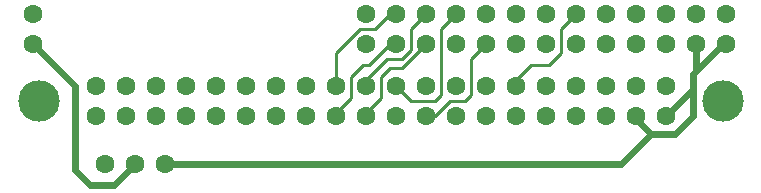
<source format=gbr>
G04 #@! TF.FileFunction,Copper,L1,Top,Signal*
%FSLAX46Y46*%
G04 Gerber Fmt 4.6, Leading zero omitted, Abs format (unit mm)*
G04 Created by KiCad (PCBNEW 4.0.5+dfsg1-4) date Wed Jul 11 10:22:54 2018*
%MOMM*%
%LPD*%
G01*
G04 APERTURE LIST*
%ADD10C,0.100000*%
%ADD11C,1.600000*%
%ADD12C,3.500000*%
%ADD13C,0.250000*%
%ADD14C,0.580000*%
G04 APERTURE END LIST*
D10*
D11*
X149860000Y-103632000D03*
X149860000Y-106172000D03*
X152400000Y-103632000D03*
X154940000Y-103632000D03*
X157480000Y-103632000D03*
X160020000Y-103632000D03*
X162560000Y-103632000D03*
X165100000Y-103632000D03*
X167640000Y-103632000D03*
X170180000Y-103632000D03*
X172720000Y-103632000D03*
X152400000Y-106172000D03*
X154940000Y-106172000D03*
X157480000Y-106172000D03*
X160020000Y-106172000D03*
X162560000Y-106172000D03*
X165100000Y-106172000D03*
X167640000Y-106172000D03*
X170180000Y-106172000D03*
X172720000Y-106172000D03*
X147320000Y-103632000D03*
X147320000Y-106172000D03*
X144780000Y-103632000D03*
X144780000Y-106172000D03*
X142240000Y-103632000D03*
X142240000Y-106172000D03*
X139700000Y-103632000D03*
X139700000Y-106172000D03*
X137160000Y-103632000D03*
X137160000Y-106172000D03*
X134620000Y-103632000D03*
X134620000Y-106172000D03*
X132080000Y-103632000D03*
X132080000Y-106172000D03*
X129540000Y-103632000D03*
X129540000Y-106172000D03*
X127000000Y-103632000D03*
X127000000Y-106172000D03*
X124460000Y-103632000D03*
X124460000Y-106172000D03*
X154940000Y-97536000D03*
X154940000Y-100076000D03*
X157480000Y-97536000D03*
X160020000Y-97536000D03*
X162560000Y-97536000D03*
X165100000Y-97536000D03*
X167640000Y-97536000D03*
X170180000Y-97536000D03*
X172720000Y-97536000D03*
X175260000Y-97536000D03*
X177800000Y-97536000D03*
X157480000Y-100076000D03*
X160020000Y-100076000D03*
X162560000Y-100076000D03*
X165100000Y-100076000D03*
X167640000Y-100076000D03*
X170180000Y-100076000D03*
X172720000Y-100076000D03*
X175260000Y-100076000D03*
X177800000Y-100076000D03*
X152400000Y-97536000D03*
X152400000Y-100076000D03*
X149860000Y-97536000D03*
X149860000Y-100076000D03*
X147320000Y-97536000D03*
X147320000Y-100076000D03*
D12*
X177546000Y-104902000D03*
X119634000Y-104902000D03*
D11*
X119126000Y-97536000D03*
X119126000Y-100076000D03*
X130302000Y-110236000D03*
X127762000Y-110236000D03*
X125222000Y-110236000D03*
D13*
X149860000Y-103632000D02*
X151130000Y-104902000D01*
X153670000Y-98806000D02*
X154940000Y-97536000D01*
X153670000Y-104394000D02*
X153670000Y-98806000D01*
X153162000Y-104902000D02*
X153670000Y-104394000D01*
X152654000Y-104902000D02*
X153162000Y-104902000D01*
X151130000Y-104902000D02*
X152654000Y-104902000D01*
X160020000Y-103632000D02*
X160020000Y-103124000D01*
X160020000Y-103124000D02*
X161290000Y-101854000D01*
X161290000Y-101854000D02*
X162814000Y-101854000D01*
X162814000Y-101854000D02*
X163830000Y-100838000D01*
X163830000Y-100838000D02*
X163830000Y-98806000D01*
X163830000Y-98806000D02*
X165100000Y-97536000D01*
X152400000Y-106172000D02*
X153162000Y-106172000D01*
X153162000Y-106172000D02*
X154432000Y-104902000D01*
X154432000Y-104902000D02*
X155702000Y-104902000D01*
X155702000Y-104902000D02*
X156210000Y-104394000D01*
X156210000Y-104394000D02*
X156210000Y-101346000D01*
X156210000Y-101346000D02*
X157480000Y-100076000D01*
X147320000Y-103632000D02*
X147320000Y-103124000D01*
X147320000Y-103124000D02*
X149098000Y-101346000D01*
X149098000Y-101346000D02*
X150368000Y-101346000D01*
X150368000Y-101346000D02*
X151130000Y-100584000D01*
X151130000Y-100584000D02*
X151130000Y-98806000D01*
X151130000Y-98806000D02*
X152400000Y-97536000D01*
X147320000Y-106172000D02*
X147320000Y-105918000D01*
X147320000Y-105918000D02*
X148590000Y-104648000D01*
X150368000Y-102108000D02*
X152400000Y-100076000D01*
X149352000Y-102108000D02*
X150368000Y-102108000D01*
X148590000Y-102870000D02*
X149352000Y-102108000D01*
X148590000Y-104648000D02*
X148590000Y-102870000D01*
X149860000Y-97536000D02*
X149352000Y-97536000D01*
X149352000Y-97536000D02*
X148082000Y-98806000D01*
X148082000Y-98806000D02*
X146812000Y-98806000D01*
X146812000Y-98806000D02*
X144780000Y-100838000D01*
X144780000Y-100838000D02*
X144780000Y-103632000D01*
X144780000Y-106172000D02*
X144780000Y-105918000D01*
X144780000Y-105918000D02*
X146050000Y-104648000D01*
X146050000Y-104648000D02*
X146050000Y-102870000D01*
X146050000Y-102870000D02*
X147066000Y-101854000D01*
X147066000Y-101854000D02*
X147574000Y-101854000D01*
X147574000Y-101854000D02*
X149352000Y-100076000D01*
X149352000Y-100076000D02*
X149860000Y-100076000D01*
D14*
X119126000Y-100076000D02*
X122682000Y-103632000D01*
X125984000Y-112014000D02*
X127762000Y-110236000D01*
X123952000Y-112014000D02*
X125984000Y-112014000D01*
X122682000Y-110744000D02*
X123952000Y-112014000D01*
X122682000Y-103632000D02*
X122682000Y-110744000D01*
X130302000Y-110236000D02*
X168910000Y-110236000D01*
X168910000Y-110236000D02*
X171450000Y-107696000D01*
X175260000Y-100076000D02*
X175260000Y-102362000D01*
X175260000Y-102362000D02*
X175006000Y-102616000D01*
X170180000Y-106172000D02*
X170180000Y-106426000D01*
X170180000Y-106426000D02*
X171450000Y-107696000D01*
X171450000Y-107696000D02*
X173482000Y-107696000D01*
X173482000Y-107696000D02*
X175006000Y-106172000D01*
X175006000Y-106172000D02*
X175006000Y-103886000D01*
X172720000Y-106172000D02*
X175006000Y-103886000D01*
X175006000Y-102616000D02*
X177546000Y-100076000D01*
X175006000Y-103886000D02*
X175006000Y-102616000D01*
X177546000Y-100076000D02*
X177800000Y-100076000D01*
M02*

</source>
